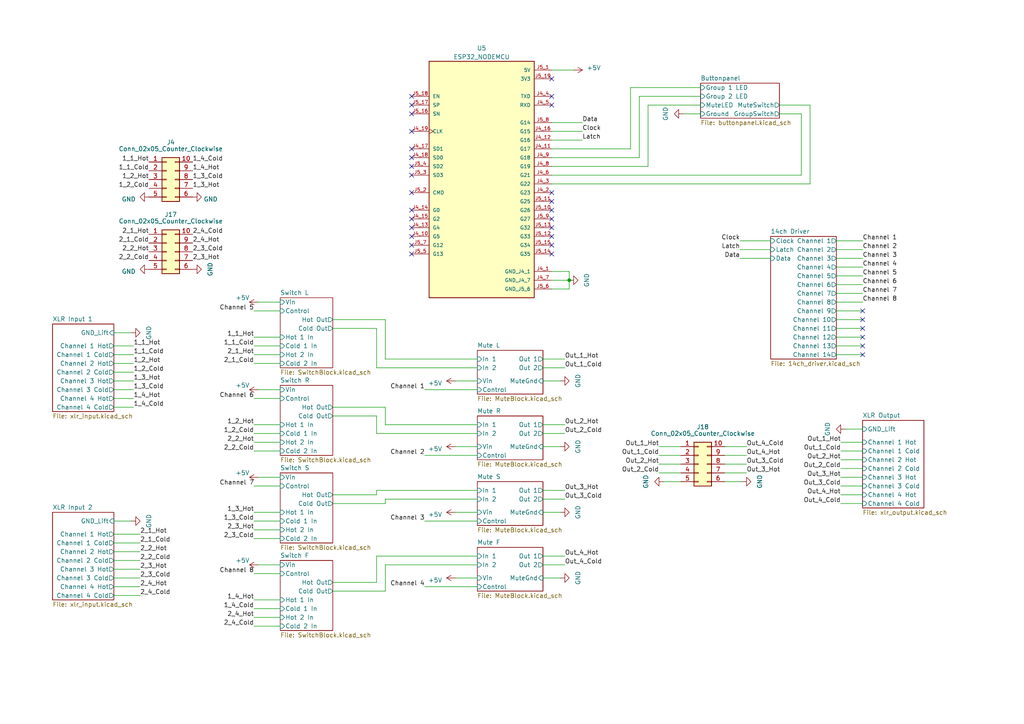
<source format=kicad_sch>
(kicad_sch (version 20230121) (generator eeschema)
  (paper "A4")
  (lib_symbols
    (symbol "Connector_Generic:Conn_02x05_Counter_Clockwise" (pin_names (offset 1.016) hide)
      (property "Reference" "J" (at 1.27 7.62 0))
      (property "Value" "Conn_02x05_Counter_Clockwise" (at 1.27 -7.62 0))
      (symbol "Conn_02x05_Counter_Clockwise_1_1"
        (rectangle (start -1.27 -4.953) (end 0 -5.207) (stroke (width 0.1524)))
        (rectangle (start -1.27 -2.413) (end 0 -2.667) (stroke (width 0.1524)))
        (rectangle (start -1.27 0.127) (end 0 -0.127) (stroke (width 0.1524)))
        (rectangle (start -1.27 2.667) (end 0 2.413) (stroke (width 0.1524)))
        (rectangle (start -1.27 5.207) (end 0 4.953) (stroke (width 0.1524)))
        (rectangle (start -1.27 6.35) (end 3.81 -6.35) (stroke (width 0.254)) (fill (type background)))
        (rectangle (start 3.81 -4.953) (end 2.54 -5.207) (stroke (width 0.1524)))
        (rectangle (start 3.81 -2.413) (end 2.54 -2.667) (stroke (width 0.1524)))
        (rectangle (start 3.81 0.127) (end 2.54 -0.127) (stroke (width 0.1524)))
        (rectangle (start 3.81 2.667) (end 2.54 2.413) (stroke (width 0.1524)))
        (rectangle (start 3.81 5.207) (end 2.54 4.953) (stroke (width 0.1524)))
        (pin passive line (at -5.08 5.08 0) (length 3.81) (name "Pin_1") (number "1"))
        (pin passive line (at 7.62 5.08 180) (length 3.81) (name "Pin_10") (number "10"))
        (pin passive line (at -5.08 2.54 0) (length 3.81) (name "Pin_2") (number "2"))
        (pin passive line (at -5.08 0 0) (length 3.81) (name "Pin_3") (number "3"))
        (pin passive line (at -5.08 -2.54 0) (length 3.81) (name "Pin_4") (number "4"))
        (pin passive line (at -5.08 -5.08 0) (length 3.81) (name "Pin_5") (number "5"))
        (pin passive line (at 7.62 -5.08 180) (length 3.81) (name "Pin_6") (number "6"))
        (pin passive line (at 7.62 -2.54 180) (length 3.81) (name "Pin_7") (number "7"))
        (pin passive line (at 7.62 0 180) (length 3.81) (name "Pin_8") (number "8"))
        (pin passive line (at 7.62 2.54 180) (length 3.81) (name "Pin_9") (number "9"))
      )
    )
    (symbol "ESP32_NODEMCU:ESP32_NODEMCU" (pin_names (offset 1.016))
      (property "Reference" "U" (at -15.24 36.322 0))
      (property "Value" "ESP32_NODEMCU" (at -15.24 -35.56 0))
      (symbol "ESP32_NODEMCU_0_0"
        (rectangle (start -15.24 -33.02) (end 15.24 35.56) (stroke (width 0.254)) (fill (type background)))
        (pin power_in line (at 20.32 -25.4 180) (length 5.08) (name "GND_J4_1") (number "J4_1"))
        (pin bidirectional line (at -20.32 -15.24 0) (length 5.08) (name "G5") (number "J4_10"))
        (pin bidirectional line (at 20.32 10.16 180) (length 5.08) (name "G17") (number "J4_11"))
        (pin bidirectional line (at 20.32 12.7 180) (length 5.08) (name "G16") (number "J4_12"))
        (pin bidirectional line (at -20.32 -12.7 0) (length 5.08) (name "G4") (number "J4_13"))
        (pin bidirectional line (at -20.32 -7.62 0) (length 5.08) (name "G0") (number "J4_14"))
        (pin bidirectional line (at -20.32 -10.16 0) (length 5.08) (name "G2") (number "J4_15"))
        (pin bidirectional line (at 20.32 15.24 180) (length 5.08) (name "G15") (number "J4_16"))
        (pin bidirectional line (at -20.32 10.16 0) (length 5.08) (name "SD1") (number "J4_17"))
        (pin bidirectional line (at -20.32 7.62 0) (length 5.08) (name "SD0") (number "J4_18"))
        (pin input clock (at -20.32 15.24 0) (length 5.08) (name "CLK") (number "J4_19"))
        (pin bidirectional line (at 20.32 -2.54 180) (length 5.08) (name "G23") (number "J4_2"))
        (pin bidirectional line (at 20.32 0 180) (length 5.08) (name "G22") (number "J4_3"))
        (pin output line (at 20.32 25.4 180) (length 5.08) (name "TXD") (number "J4_4"))
        (pin input line (at 20.32 22.86 180) (length 5.08) (name "RXD") (number "J4_5"))
        (pin bidirectional line (at 20.32 2.54 180) (length 5.08) (name "G21") (number "J4_6"))
        (pin power_in line (at 20.32 -27.94 180) (length 5.08) (name "GND_J4_7") (number "J4_7"))
        (pin bidirectional line (at 20.32 5.08 180) (length 5.08) (name "G19") (number "J4_8"))
        (pin bidirectional line (at 20.32 7.62 180) (length 5.08) (name "G18") (number "J4_9"))
        (pin power_in line (at 20.32 33.02 180) (length 5.08) (name "5V") (number "J5_1"))
        (pin bidirectional line (at 20.32 -7.62 180) (length 5.08) (name "G26") (number "J5_10"))
        (pin bidirectional line (at 20.32 -5.08 180) (length 5.08) (name "G25") (number "J5_11"))
        (pin bidirectional line (at 20.32 -15.24 180) (length 5.08) (name "G33") (number "J5_12"))
        (pin bidirectional line (at 20.32 -12.7 180) (length 5.08) (name "G32") (number "J5_13"))
        (pin bidirectional line (at 20.32 -20.32 180) (length 5.08) (name "G35") (number "J5_14"))
        (pin bidirectional line (at 20.32 -17.78 180) (length 5.08) (name "G34") (number "J5_15"))
        (pin input line (at -20.32 20.32 0) (length 5.08) (name "SN") (number "J5_16"))
        (pin input line (at -20.32 22.86 0) (length 5.08) (name "SP") (number "J5_17"))
        (pin input line (at -20.32 25.4 0) (length 5.08) (name "EN") (number "J5_18"))
        (pin power_in line (at 20.32 30.48 180) (length 5.08) (name "3V3") (number "J5_19"))
        (pin bidirectional line (at -20.32 -2.54 0) (length 5.08) (name "CMD") (number "J5_2"))
        (pin bidirectional line (at -20.32 2.54 0) (length 5.08) (name "SD3") (number "J5_3"))
        (pin bidirectional line (at -20.32 5.08 0) (length 5.08) (name "SD2") (number "J5_4"))
        (pin bidirectional line (at -20.32 -20.32 0) (length 5.08) (name "G13") (number "J5_5"))
        (pin power_in line (at 20.32 -30.48 180) (length 5.08) (name "GND_J5_6") (number "J5_6"))
        (pin bidirectional line (at -20.32 -17.78 0) (length 5.08) (name "G12") (number "J5_7"))
        (pin bidirectional line (at 20.32 17.78 180) (length 5.08) (name "G14") (number "J5_8"))
        (pin bidirectional line (at 20.32 -10.16 180) (length 5.08) (name "G27") (number "J5_9"))
      )
    )
    (symbol "power:+5V" (power) (pin_names (offset 0))
      (property "Value" "+5V" (at 0 3.556 0))
      (symbol "+5V_0_1"
        (polyline (pts (xy -0.762 1.27) (xy 0 2.54)))
        (polyline (pts (xy 0 0) (xy 0 2.54)))
        (polyline (pts (xy 0 2.54) (xy 0.762 1.27)))
      )
      (symbol "+5V_1_1"
        (pin power_in line (at 0 0 90) (length 0) hide (name "+5V") (number "1"))
      )
    )
    (symbol "power:GND" (power) (pin_names (offset 0))
      (property "Value" "GND" (at 0 -3.81 0))
      (symbol "GND_0_1"
        (polyline (pts (xy 0 0) (xy 0 -1.27) (xy 1.27 -1.27) (xy 0 -2.54) (xy -1.27 -1.27) (xy 0 -1.27)))
      )
      (symbol "GND_1_1"
        (pin power_in line (at 0 0 270) (length 0) hide (name "GND") (number "1"))
      )
    )
  )
  (junction (at 165.1 81.28))
  (no_connect (at 119.38 60.96))
  (no_connect (at 119.38 38.1))
  (no_connect (at 119.38 45.72))
  (no_connect (at 250.19 102.87))
  (no_connect (at 119.38 73.66))
  (no_connect (at 160.02 71.12))
  (no_connect (at 160.02 30.48))
  (no_connect (at 119.38 55.88))
  (no_connect (at 250.19 90.17))
  (no_connect (at 119.38 71.12))
  (no_connect (at 160.02 68.58))
  (no_connect (at 119.38 66.04))
  (no_connect (at 160.02 58.42))
  (no_connect (at 250.19 100.33))
  (no_connect (at 119.38 33.02))
  (no_connect (at 160.02 63.5))
  (no_connect (at 250.19 95.25))
  (no_connect (at 160.02 27.94))
  (no_connect (at 119.38 68.58))
  (no_connect (at 119.38 50.8))
  (no_connect (at 119.38 63.5))
  (no_connect (at 119.38 27.94))
  (no_connect (at 250.19 92.71))
  (no_connect (at 160.02 66.04))
  (no_connect (at 250.19 97.79))
  (no_connect (at 160.02 60.96))
  (no_connect (at 119.38 48.26))
  (no_connect (at 119.38 30.48))
  (no_connect (at 160.02 22.86))
  (no_connect (at 160.02 55.88))
  (no_connect (at 160.02 73.66))
  (no_connect (at 119.38 43.18))
  (wire (pts (xy 250.19 124.46) (xy 245.11 124.46)))
  (wire (pts (xy 210.185 129.54) (xy 216.535 129.54)))
  (wire (pts (xy 250.19 146.05) (xy 243.84 146.05)))
  (wire (pts (xy 210.185 139.7) (xy 215.265 139.7)))
  (wire (pts (xy 197.485 129.54) (xy 191.135 129.54)))
  (wire (pts (xy 157.48 129.54) (xy 162.56 129.54)))
  (wire (pts (xy 74.93 113.03) (xy 81.28 113.03)))
  (wire (pts (xy 210.185 132.08) (xy 216.535 132.08)))
  (wire (pts (xy 33.02 105.41) (xy 38.735 105.41)))
  (wire (pts (xy 81.28 140.97) (xy 73.66 140.97)))
  (wire (pts (xy 81.28 151.13) (xy 73.66 151.13)))
  (wire (pts (xy 81.28 179.07) (xy 73.66 179.07)))
  (wire (pts (xy 33.02 165.1) (xy 40.64 165.1)))
  (wire (pts (xy 96.52 171.45) (xy 111.76 171.45)))
  (wire (pts (xy 242.57 77.47) (xy 250.19 77.47)))
  (wire (pts (xy 160.02 45.72) (xy 185.42 45.72)))
  (wire (pts (xy 33.02 118.11) (xy 38.735 118.11)))
  (wire (pts (xy 242.57 92.71) (xy 250.19 92.71)))
  (wire (pts (xy 33.02 172.72) (xy 40.64 172.72)))
  (wire (pts (xy 109.22 161.29) (xy 138.43 161.29)))
  (wire (pts (xy 160.02 40.64) (xy 168.91 40.64)))
  (wire (pts (xy 109.22 106.68) (xy 138.43 106.68)))
  (wire (pts (xy 138.43 170.18) (xy 123.19 170.18)))
  (wire (pts (xy 33.02 167.64) (xy 40.64 167.64)))
  (wire (pts (xy 242.57 74.93) (xy 250.19 74.93)))
  (wire (pts (xy 33.02 162.56) (xy 40.64 162.56)))
  (wire (pts (xy 160.02 38.1) (xy 168.91 38.1)))
  (wire (pts (xy 242.57 82.55) (xy 250.19 82.55)))
  (wire (pts (xy 33.02 102.87) (xy 38.735 102.87)))
  (wire (pts (xy 250.19 130.81) (xy 243.8848 130.81)))
  (wire (pts (xy 157.48 125.73) (xy 163.83 125.73)))
  (wire (pts (xy 81.28 181.61) (xy 73.66 181.61)))
  (wire (pts (xy 81.28 100.33) (xy 73.66 100.33)))
  (wire (pts (xy 132.08 110.49) (xy 138.43 110.49)))
  (wire (pts (xy 242.57 80.01) (xy 250.19 80.01)))
  (wire (pts (xy 187.96 48.26) (xy 187.96 30.48)))
  (wire (pts (xy 81.28 128.27) (xy 73.66 128.27)))
  (wire (pts (xy 157.48 163.83) (xy 163.83 163.83)))
  (wire (pts (xy 234.95 53.34) (xy 234.95 30.48)))
  (wire (pts (xy 109.22 120.65) (xy 109.22 125.73)))
  (wire (pts (xy 242.57 87.63) (xy 250.19 87.63)))
  (wire (pts (xy 33.02 170.18) (xy 40.64 170.18)))
  (wire (pts (xy 157.48 161.29) (xy 163.83 161.29)))
  (wire (pts (xy 81.28 102.87) (xy 73.66 102.87)))
  (wire (pts (xy 33.02 157.48) (xy 40.64 157.48)))
  (wire (pts (xy 223.52 69.85) (xy 214.63 69.85)))
  (wire (pts (xy 160.02 78.74) (xy 165.1 78.74)))
  (wire (pts (xy 33.02 113.03) (xy 38.735 113.03)))
  (wire (pts (xy 250.19 138.43) (xy 243.84 138.43)))
  (wire (pts (xy 197.485 134.62) (xy 191.135 134.62)))
  (wire (pts (xy 111.76 163.83) (xy 138.43 163.83)))
  (wire (pts (xy 250.19 135.89) (xy 243.84 135.89)))
  (wire (pts (xy 197.485 132.08) (xy 191.135 132.08)))
  (wire (pts (xy 160.02 53.34) (xy 234.95 53.34)))
  (wire (pts (xy 111.76 118.11) (xy 111.76 123.19)))
  (wire (pts (xy 81.28 105.41) (xy 73.66 105.41)))
  (wire (pts (xy 182.88 43.18) (xy 182.88 25.4)))
  (wire (pts (xy 165.1 81.28) (xy 165.1 83.82)))
  (wire (pts (xy 223.52 72.39) (xy 214.63 72.39)))
  (wire (pts (xy 197.485 137.16) (xy 191.135 137.16)))
  (wire (pts (xy 96.52 95.25) (xy 109.22 95.25)))
  (wire (pts (xy 160.02 83.82) (xy 165.1 83.82)))
  (wire (pts (xy 81.28 97.79) (xy 73.66 97.79)))
  (wire (pts (xy 242.57 85.09) (xy 250.19 85.09)))
  (wire (pts (xy 165.1 78.74) (xy 165.1 81.28)))
  (wire (pts (xy 223.52 74.93) (xy 214.63 74.93)))
  (wire (pts (xy 81.28 173.99) (xy 73.66 173.99)))
  (wire (pts (xy 250.19 133.35) (xy 243.84 133.35)))
  (wire (pts (xy 250.19 128.27) (xy 243.8848 128.27)))
  (wire (pts (xy 81.28 166.37) (xy 73.66 166.37)))
  (wire (pts (xy 242.57 100.33) (xy 250.19 100.33)))
  (wire (pts (xy 96.52 143.51) (xy 109.22 143.51)))
  (wire (pts (xy 109.22 125.73) (xy 138.43 125.73)))
  (wire (pts (xy 232.41 33.02) (xy 226.06 33.02)))
  (wire (pts (xy 242.57 97.79) (xy 250.19 97.79)))
  (wire (pts (xy 157.48 144.78) (xy 163.83 144.78)))
  (wire (pts (xy 96.52 146.05) (xy 111.76 146.05)))
  (wire (pts (xy 96.52 168.91) (xy 109.22 168.91)))
  (wire (pts (xy 109.22 142.24) (xy 138.43 142.24)))
  (wire (pts (xy 166.37 20.32) (xy 160.02 20.32)))
  (wire (pts (xy 157.48 104.14) (xy 163.83 104.14)))
  (wire (pts (xy 132.08 167.64) (xy 138.43 167.64)))
  (wire (pts (xy 250.19 140.97) (xy 243.84 140.97)))
  (wire (pts (xy 33.02 107.95) (xy 38.735 107.95)))
  (wire (pts (xy 81.28 90.17) (xy 73.66 90.17)))
  (wire (pts (xy 33.02 151.13) (xy 38.1 151.13)))
  (wire (pts (xy 81.28 148.59) (xy 73.66 148.59)))
  (wire (pts (xy 232.41 50.8) (xy 232.41 33.02)))
  (wire (pts (xy 33.02 110.49) (xy 38.735 110.49)))
  (wire (pts (xy 242.57 90.17) (xy 250.19 90.17)))
  (wire (pts (xy 33.02 100.33) (xy 38.735 100.33)))
  (wire (pts (xy 33.02 154.94) (xy 40.64 154.94)))
  (wire (pts (xy 111.76 104.14) (xy 138.43 104.14)))
  (wire (pts (xy 250.19 143.51) (xy 243.84 143.51)))
  (wire (pts (xy 197.485 139.7) (xy 192.405 139.7)))
  (wire (pts (xy 182.88 25.4) (xy 203.2 25.4)))
  (wire (pts (xy 111.76 146.05) (xy 111.76 144.78)))
  (wire (pts (xy 81.28 156.21) (xy 73.66 156.21)))
  (wire (pts (xy 109.22 168.91) (xy 109.22 161.29)))
  (wire (pts (xy 96.52 120.65) (xy 109.22 120.65)))
  (wire (pts (xy 157.48 167.64) (xy 162.56 167.64)))
  (wire (pts (xy 242.57 72.39) (xy 250.19 72.39)))
  (wire (pts (xy 81.28 176.53) (xy 73.66 176.53)))
  (wire (pts (xy 81.28 123.19) (xy 73.66 123.19)))
  (wire (pts (xy 81.28 125.73) (xy 73.66 125.73)))
  (wire (pts (xy 234.95 30.48) (xy 226.06 30.48)))
  (wire (pts (xy 138.43 151.13) (xy 123.19 151.13)))
  (wire (pts (xy 210.185 137.16) (xy 216.535 137.16)))
  (wire (pts (xy 160.02 43.18) (xy 182.88 43.18)))
  (wire (pts (xy 81.28 130.81) (xy 73.66 130.81)))
  (wire (pts (xy 33.02 115.57) (xy 38.735 115.57)))
  (wire (pts (xy 109.22 95.25) (xy 109.22 106.68)))
  (wire (pts (xy 160.02 48.26) (xy 187.96 48.26)))
  (wire (pts (xy 160.02 50.8) (xy 232.41 50.8)))
  (wire (pts (xy 185.42 27.94) (xy 203.2 27.94)))
  (wire (pts (xy 157.48 110.49) (xy 162.56 110.49)))
  (wire (pts (xy 111.76 144.78) (xy 138.43 144.78)))
  (wire (pts (xy 74.93 87.63) (xy 81.28 87.63)))
  (wire (pts (xy 81.28 153.67) (xy 73.66 153.67)))
  (wire (pts (xy 185.42 45.72) (xy 185.42 27.94)))
  (wire (pts (xy 96.52 118.11) (xy 111.76 118.11)))
  (wire (pts (xy 157.48 106.68) (xy 163.83 106.68)))
  (wire (pts (xy 74.93 138.43) (xy 81.28 138.43)))
  (wire (pts (xy 109.22 143.51) (xy 109.22 142.24)))
  (wire (pts (xy 160.02 35.56) (xy 168.91 35.56)))
  (wire (pts (xy 157.48 123.19) (xy 163.83 123.19)))
  (wire (pts (xy 138.43 113.03) (xy 123.19 113.03)))
  (wire (pts (xy 111.76 92.71) (xy 111.76 104.14)))
  (wire (pts (xy 210.185 134.62) (xy 216.535 134.62)))
  (wire (pts (xy 157.48 142.24) (xy 163.83 142.24)))
  (wire (pts (xy 111.76 171.45) (xy 111.76 163.83)))
  (wire (pts (xy 160.02 81.28) (xy 165.1 81.28)))
  (wire (pts (xy 74.93 163.83) (xy 81.28 163.83)))
  (wire (pts (xy 33.02 96.52) (xy 38.1 96.52)))
  (wire (pts (xy 157.48 148.59) (xy 162.56 148.59)))
  (wire (pts (xy 242.57 95.25) (xy 250.19 95.25)))
  (wire (pts (xy 203.2 33.02) (xy 198.12 33.02)))
  (wire (pts (xy 132.08 148.59) (xy 138.43 148.59)))
  (wire (pts (xy 132.08 129.54) (xy 138.43 129.54)))
  (wire (pts (xy 33.02 160.02) (xy 40.64 160.02)))
  (wire (pts (xy 138.43 132.08) (xy 123.19 132.08)))
  (wire (pts (xy 242.57 102.87) (xy 250.19 102.87)))
  (wire (pts (xy 81.28 115.57) (xy 73.66 115.57)))
  (wire (pts (xy 187.96 30.48) (xy 203.2 30.48)))
  (wire (pts (xy 242.57 69.85) (xy 250.19 69.85)))
  (wire (pts (xy 111.76 123.19) (xy 138.43 123.19)))
  (wire (pts (xy 96.52 92.71) (xy 111.76 92.71)))
  (label "Out_2_Hot" (at 191.135 134.62 180))
  (label "Out_1_Cold" (at 191.135 132.08 180))
  (label "1_1_Cold" (at 73.66 100.33 180))
  (label "1_1_Hot" (at 38.735 100.33 0))
  (label "1_2_Hot" (at 73.66 123.19 180))
  (label "2_3_Cold" (at 40.64 167.64 0))
  (label "Clock" (at 214.63 69.85 180))
  (label "1_1_Cold" (at 43.18 49.53 180))
  (label "1_4_Hot" (at 73.66 173.99 180))
  (label "1_1_Hot" (at 43.18 46.99 180))
  (label "Channel 7" (at 250.19 85.09 0))
  (label "1_3_Hot" (at 55.88 54.61 0))
  (label "1_2_Hot" (at 43.18 52.07 180))
  (label "1_3_Cold" (at 38.735 113.03 0))
  (label "Channel 3" (at 123.19 151.13 180))
  (label "Out_4_Cold" (at 216.535 129.54 0))
  (label "Channel 2" (at 123.19 132.08 180))
  (label "Out_4_Cold" (at 163.83 163.83 0))
  (label "Out_4_Hot" (at 216.535 132.08 0))
  (label "1_4_Cold" (at 73.66 176.53 180))
  (label "Out_2_Cold" (at 163.83 125.73 0))
  (label "Clock" (at 168.91 38.1 0))
  (label "2_4_Hot" (at 55.88 70.485 0))
  (label "Channel 8" (at 73.66 166.37 180))
  (label "2_1_Cold" (at 40.64 157.48 0))
  (label "1_3_Hot" (at 38.735 110.49 0))
  (label "2_1_Hot" (at 43.18 67.945 180))
  (label "2_4_Cold" (at 73.66 181.61 180))
  (label "1_1_Cold" (at 38.735 102.87 0))
  (label "Out_3_Cold" (at 163.83 144.78 0))
  (label "Out_3_Cold" (at 216.535 134.62 0))
  (label "Out_1_Cold" (at 163.83 106.68 0))
  (label "2_2_Cold" (at 40.64 162.56 0))
  (label "1_2_Cold" (at 38.735 107.95 0))
  (label "Latch" (at 168.91 40.64 0))
  (label "Out_2_Hot" (at 163.83 123.19 0))
  (label "Data" (at 168.91 35.56 0))
  (label "Channel 5" (at 73.66 90.17 180))
  (label "1_1_Hot" (at 73.66 97.79 180))
  (label "Channel 3" (at 250.19 74.93 0))
  (label "Channel 2" (at 250.19 72.39 0))
  (label "Channel 1" (at 250.19 69.85 0))
  (label "Channel 1" (at 123.19 113.03 180))
  (label "Channel 4" (at 123.19 170.18 180))
  (label "Channel 7" (at 73.66 140.97 180))
  (label "2_4_Cold" (at 55.88 67.945 0))
  (label "2_1_Cold" (at 43.18 70.485 180))
  (label "Out_2_Cold" (at 243.84 135.89 180))
  (label "Channel 6" (at 73.66 115.57 180))
  (label "1_3_Cold" (at 55.88 52.07 0))
  (label "1_4_Cold" (at 38.735 118.11 0))
  (label "2_3_Hot" (at 73.66 153.67 180))
  (label "Out_1_Hot" (at 243.8848 128.27 180))
  (label "Out_4_Hot" (at 163.83 161.29 0))
  (label "1_4_Hot" (at 55.88 49.53 0))
  (label "2_4_Hot" (at 73.66 179.07 180))
  (label "Latch" (at 214.63 72.39 180))
  (label "Out_3_Hot" (at 216.535 137.16 0))
  (label "2_1_Hot" (at 73.66 102.87 180))
  (label "Channel 6" (at 250.19 82.55 0))
  (label "2_2_Cold" (at 43.18 75.565 180))
  (label "Data" (at 214.63 74.93 180))
  (label "Out_3_Cold" (at 243.84 140.97 180))
  (label "2_3_Hot" (at 40.64 165.1 0))
  (label "Out_4_Hot" (at 243.84 143.51 180))
  (label "Out_2_Cold" (at 191.135 137.16 180))
  (label "1_4_Cold" (at 55.88 46.99 0))
  (label "Out_1_Cold" (at 243.8848 130.81 180))
  (label "2_1_Hot" (at 40.64 154.94 0))
  (label "2_2_Hot" (at 73.66 128.27 180))
  (label "Out_1_Hot" (at 191.135 129.54 180))
  (label "Channel 4" (at 250.19 77.47 0))
  (label "2_2_Hot" (at 40.64 160.02 0))
  (label "2_4_Cold" (at 40.64 172.72 0))
  (label "2_4_Hot" (at 40.64 170.18 0))
  (label "2_2_Hot" (at 43.18 73.025 180))
  (label "2_3_Cold" (at 73.66 156.21 180))
  (label "Out_1_Hot" (at 163.83 104.14 0))
  (label "1_2_Cold" (at 73.66 125.73 180))
  (label "1_2_Hot" (at 38.735 105.41 0))
  (label "2_1_Cold" (at 73.66 105.41 180))
  (label "1_3_Hot" (at 73.66 148.59 180))
  (label "Out_2_Hot" (at 243.84 133.35 180))
  (label "Out_3_Hot" (at 243.84 138.43 180))
  (label "Channel 5" (at 250.19 80.01 0))
  (label "Channel 8" (at 250.19 87.63 0))
  (label "Out_3_Hot" (at 163.83 142.24 0))
  (label "1_3_Cold" (at 73.66 151.13 180))
  (label "Out_4_Cold" (at 243.84 146.05 180))
  (label "1_4_Hot" (at 38.735 115.57 0))
  (label "2_3_Cold" (at 55.88 73.025 0))
  (label "2_3_Hot" (at 55.88 75.565 0))
  (label "2_2_Cold" (at 73.66 130.81 180))
  (label "1_2_Cold" (at 43.18 54.61 180))
  (symbol (lib_id "power:GND") (at 162.56 110.49 90) (unit 1)
    (property "Reference" "#PWR012" (effects hide))
    (property "Value" "GND" (at 167.64 110.49 0))
  )
  (symbol (lib_id "Connector_Generic:Conn_02x05_Counter_Clockwise") (at 48.26 73.025 0) (unit 1)
    (property "Reference" "J17" (at 49.53 62.23 0))
    (property "Value" "Conn_02x05_Counter_Clockwise" (at 49.53 64.135 0))
  )
  (symbol (lib_id "power:+5V") (at 74.93 87.63 90) (unit 1)
    (property "Reference" "#PWR07" (effects hide))
    (property "Value" "+5V" (at 72.39 86.36 90) (effects (justify left)))
  )
  (symbol (lib_id "power:GND") (at 55.88 78.105 90) (unit 1)
    (property "Reference" "#PWR033" (effects hide))
    (property "Value" "GND" (at 60.96 78.105 0))
  )
  (symbol (lib_id "power:+5V") (at 132.08 110.49 90) (unit 1)
    (property "Reference" "#PWR08" (effects hide))
    (property "Value" "+5V" (at 128.27 111.125 90) (effects (justify left)))
  )
  (symbol (lib_id "power:+5V") (at 132.08 129.54 90) (unit 1)
    (property "Reference" "#PWR09" (effects hide))
    (property "Value" "+5V" (at 128.27 130.175 90) (effects (justify left)))
  )
  (symbol (lib_id "power:+5V") (at 74.93 163.83 90) (unit 1)
    (property "Reference" "#PWR024" (effects hide))
    (property "Value" "+5V" (at 72.39 162.56 90) (effects (justify left)))
  )
  (symbol (lib_id "power:GND") (at 198.12 33.02 270) (unit 1)
    (property "Reference" "#PWR028" (effects hide))
    (property "Value" "GND" (at 193.04 33.02 0))
  )
  (symbol (lib_id "power:GND") (at 192.405 139.7 270) (mirror x) (unit 1)
    (property "Reference" "#PWR035" (effects hide))
    (property "Value" "GND" (at 187.325 139.7 0))
  )
  (symbol (lib_id "power:+5V") (at 132.08 148.59 90) (unit 1)
    (property "Reference" "#PWR010" (effects hide))
    (property "Value" "+5V" (at 128.27 149.225 90) (effects (justify left)))
  )
  (symbol (lib_id "power:+5V") (at 74.93 113.03 90) (unit 1)
    (property "Reference" "#PWR022" (effects hide))
    (property "Value" "+5V" (at 72.39 111.76 90) (effects (justify left)))
  )
  (symbol (lib_id "power:GND") (at 165.1 81.28 90) (unit 1)
    (property "Reference" "#PWR029" (effects hide))
    (property "Value" "GND" (at 170.18 81.28 0))
  )
  (symbol (lib_id "power:GND") (at 162.56 129.54 90) (unit 1)
    (property "Reference" "#PWR013" (effects hide))
    (property "Value" "GND" (at 167.64 129.54 0))
  )
  (symbol (lib_id "power:+5V") (at 74.93 138.43 90) (unit 1)
    (property "Reference" "#PWR023" (effects hide))
    (property "Value" "+5V" (at 72.39 137.16 90) (effects (justify left)))
  )
  (symbol (lib_id "power:GND") (at 162.56 167.64 90) (unit 1)
    (property "Reference" "#PWR015" (effects hide))
    (property "Value" "GND" (at 167.64 167.64 0))
  )
  (symbol (lib_id "power:GND") (at 43.18 57.15 270) (unit 1)
    (property "Reference" "#PWR031" (effects hide))
    (property "Value" "GND" (at 39.37 57.785 90) (effects (justify right)))
  )
  (symbol (lib_id "power:GND") (at 162.56 148.59 90) (unit 1)
    (property "Reference" "#PWR014" (effects hide))
    (property "Value" "GND" (at 167.64 148.59 0))
  )
  (symbol (lib_id "ESP32_NODEMCU:ESP32_NODEMCU") (at 139.7 53.34 0) (unit 1)
    (property "Reference" "U5" (at 139.7 13.97 0))
    (property "Value" "ESP32_NODEMCU" (at 139.7 16.51 0))
    (property "Footprint" "ESP32_NODEMCU:MODULE_ESP32_NODEMCU" (effects hide))
    (property "MF" "Espressif Systems" (effects hide))
    (property "MAXIMUM_PACKAGE_HEIGHT" "6.6 mm" (effects hide))
    (property "Package" "Package" (effects hide))
    (property "Price" "None" (effects hide))
    (property "Check_prices" "https://www.snapeda.com/parts/ESP32%20NodeMCU/Espressif+Systems/view-part/?ref=eda" (effects hide))
    (property "STANDARD" "Manufacturer Recommendations" (effects hide))
    (property "SnapEDA_Link" "https://www.snapeda.com/parts/ESP32%20NodeMCU/Espressif+Systems/view-part/?ref=snap" (effects hide))
    (property "MP" "ESP32 NodeMCU" (effects hide))
    (property "Description" "\nNodeMCU is an open source loT platform. ESP32 is a series of low cost, low power\nsystem-on-chip (SoC) microcontrollers with integrated Wi-Fi & dual-mode Bluetooth.\n" (effects hide))
    (property "Availability" "Not in stock" (effects hide))
    (property "MANUFACTURER" "Espressif" (effects hide))
  )
  (symbol (lib_id "Connector_Generic:Conn_02x05_Counter_Clockwise") (at 48.26 52.07 0) (unit 1)
    (property "Reference" "J4" (at 49.53 41.275 0))
    (property "Value" "Conn_02x05_Counter_Clockwise" (at 49.53 43.18 0))
  )
  (symbol (lib_id "power:GND") (at 215.265 139.7 90) (unit 1)
    (property "Reference" "#PWR036" (effects hide))
    (property "Value" "GND" (at 220.345 139.7 0))
  )
  (symbol (lib_id "power:+5V") (at 132.08 167.64 90) (unit 1)
    (property "Reference" "#PWR011" (effects hide))
    (property "Value" "+5V" (at 128.27 168.275 90) (effects (justify left)))
  )
  (symbol (lib_id "power:GND") (at 55.88 57.15 90) (unit 1)
    (property "Reference" "#PWR032" (effects hide))
    (property "Value" "GND" (at 59.055 57.785 90) (effects (justify right)))
  )
  (symbol (lib_id "power:GND") (at 38.1 96.52 90) (unit 1)
    (property "Reference" "#PWR025" (effects hide))
    (property "Value" "GND" (at 43.18 96.52 0))
  )
  (symbol (lib_id "power:GND") (at 43.18 78.105 270) (unit 1)
    (property "Reference" "#PWR034" (effects hide))
    (property "Value" "GND" (at 39.37 78.74 90) (effects (justify right)))
  )
  (symbol (lib_id "power:+5V") (at 166.37 20.32 270) (unit 1)
    (property "Reference" "#PWR030" (effects hide))
    (property "Value" "+5V" (at 170.18 19.685 90) (effects (justify left)))
  )
  (symbol (lib_id "power:GND") (at 38.1 151.13 90) (unit 1)
    (property "Reference" "#PWR026" (effects hide))
    (property "Value" "GND" (at 43.18 151.13 0))
  )
  (symbol (lib_id "power:GND") (at 245.11 124.46 270) (unit 1)
    (property "Reference" "#PWR027" (effects hide))
    (property "Value" "GND" (at 240.03 124.46 0))
  )
  (symbol (lib_id "Connector_Generic:Conn_02x05_Counter_Clockwise") (at 202.565 134.62 0) (unit 1)
    (property "Reference" "J18" (at 203.835 123.825 0))
    (property "Value" "Conn_02x05_Counter_Clockwise" (at 203.835 125.73 0))
  )
  (sheet (at 81.28 86.36) (size 15.24 20.32) (stroke (width 0.1524))
    (property "Sheetname" "Switch L" (at 81.28 85.6484 0) (effects (justify left bottom)))
    (property "Sheetfile" "SwitchBlock.kicad_sch" (at 81.28 107.2646 0) (effects (justify left top)))
    (pin "Hot 1 In" input (at 81.28 97.79 180))
    (pin "Cold 2 In" input (at 81.28 105.41 180))
    (pin "Hot 2 In" input (at 81.28 102.87 180))
    (pin "Cold 1 In" input (at 81.28 100.33 180))
    (pin "Vin" input (at 81.28 87.63 180))
    (pin "Cold Out" output (at 96.52 95.25 0))
    (pin "Hot Out" output (at 96.52 92.71 0))
    (pin "Control" input (at 81.28 90.17 180))
  )
  (sheet (at 138.43 120.65) (size 19.05 12.7) (stroke (width 0.1524))
    (property "Sheetname" "Mute R" (at 138.43 119.9384 0) (effects (justify left bottom)))
    (property "Sheetfile" "MuteBlock.kicad_sch" (at 138.43 133.9346 0) (effects (justify left top)))
    (pin "Out 1" output (at 157.48 123.19 0))
    (pin "Out 2" output (at 157.48 125.73 0))
    (pin "In 1" input (at 138.43 123.19 180))
    (pin "In 2" input (at 138.43 125.73 180))
    (pin "Vin" input (at 138.43 129.54 180))
    (pin "Control" input (at 138.43 132.08 180))
    (pin "MuteGnd" input (at 157.48 129.54 0))
  )
  (sheet (at 223.52 68.58) (size 19.05 35.56) (stroke (width 0.1524))
    (property "Sheetname" "14ch Driver" (at 223.52 67.8684 0) (effects (justify left bottom)))
    (property "Sheetfile" "14ch_driver.kicad_sch" (at 223.52 104.7246 0) (effects (justify left top)))
    (pin "Channel 10" output (at 242.57 92.71 0))
    (pin "Channel 12" output (at 242.57 97.79 0))
    (pin "Channel 14" output (at 242.57 102.87 0))
    (pin "Channel 13" output (at 242.57 100.33 0))
    (pin "Channel 11" output (at 242.57 95.25 0))
    (pin "Channel 9" output (at 242.57 90.17 0))
    (pin "Channel 5" output (at 242.57 80.01 0))
    (pin "Channel 3" output (at 242.57 74.93 0))
    (pin "Channel 1" output (at 242.57 69.85 0))
    (pin "Channel 4" output (at 242.57 77.47 0))
    (pin "Channel 6" output (at 242.57 82.55 0))
    (pin "Channel 2" output (at 242.57 72.39 0))
    (pin "Channel 7" output (at 242.57 85.09 0))
    (pin "Channel 8" output (at 242.57 87.63 0))
    (pin "Clock" input (at 223.52 69.85 180))
    (pin "Latch" input (at 223.52 72.39 180))
    (pin "Data" input (at 223.52 74.93 180))
  )
  (sheet (at 15.24 148.59) (size 17.78 25.4) (stroke (width 0.1524))
    (property "Sheetname" "XLR Input 2" (at 15.24 147.8784 0) (effects (justify left bottom)))
    (property "Sheetfile" "xlr_input.kicad_sch" (at 15.24 174.5746 0) (effects (justify left top)))
    (pin "Channel 1 Cold" output (at 33.02 157.48 0))
    (pin "Channel 1 Hot" output (at 33.02 154.94 0))
    (pin "Channel 2 Hot" output (at 33.02 160.02 0))
    (pin "Channel 2 Cold" output (at 33.02 162.56 0))
    (pin "Channel 3 Cold" output (at 33.02 167.64 0))
    (pin "Channel 4 Hot" output (at 33.02 170.18 0))
    (pin "Channel 4 Cold" output (at 33.02 172.72 0))
    (pin "Channel 3 Hot" output (at 33.02 165.1 0))
    (pin "GND_Lift" input (at 33.02 151.13 0))
  )
  (sheet (at 81.28 111.76) (size 15.24 20.32) (stroke (width 0.1524))
    (property "Sheetname" "Switch R" (at 81.28 111.0484 0) (effects (justify left bottom)))
    (property "Sheetfile" "SwitchBlock.kicad_sch" (at 81.28 132.6646 0) (effects (justify left top)))
    (pin "Hot 1 In" input (at 81.28 123.19 180))
    (pin "Cold 2 In" input (at 81.28 130.81 180))
    (pin "Hot 2 In" input (at 81.28 128.27 180))
    (pin "Cold 1 In" input (at 81.28 125.73 180))
    (pin "Vin" input (at 81.28 113.03 180))
    (pin "Cold Out" output (at 96.52 120.65 0))
    (pin "Hot Out" output (at 96.52 118.11 0))
    (pin "Control" input (at 81.28 115.57 180))
  )
  (sheet (at 138.43 139.7) (size 19.05 12.7) (stroke (width 0.1524))
    (property "Sheetname" "Mute S" (at 138.43 138.9884 0) (effects (justify left bottom)))
    (property "Sheetfile" "MuteBlock.kicad_sch" (at 138.43 152.9846 0) (effects (justify left top)))
    (pin "Out 1" output (at 157.48 142.24 0))
    (pin "Out 2" output (at 157.48 144.78 0))
    (pin "In 1" input (at 138.43 142.24 180))
    (pin "In 2" input (at 138.43 144.78 180))
    (pin "Vin" input (at 138.43 148.59 180))
    (pin "Control" input (at 138.43 151.13 180))
    (pin "MuteGnd" input (at 157.48 148.59 0))
  )
  (sheet (at 138.43 101.6) (size 19.05 12.7) (stroke (width 0.1524))
    (property "Sheetname" "Mute L" (at 138.43 100.8884 0) (effects (justify left bottom)))
    (property "Sheetfile" "MuteBlock.kicad_sch" (at 138.43 114.8846 0) (effects (justify left top)))
    (pin "Out 1" output (at 157.48 104.14 0))
    (pin "Out 2" output (at 157.48 106.68 0))
    (pin "In 1" input (at 138.43 104.14 180))
    (pin "In 2" input (at 138.43 106.68 180))
    (pin "Vin" input (at 138.43 110.49 180))
    (pin "Control" input (at 138.43 113.03 180))
    (pin "MuteGnd" input (at 157.48 110.49 0))
  )
  (sheet (at 15.24 93.98) (size 17.78 25.4) (stroke (width 0.1524))
    (property "Sheetname" "XLR Input 1" (at 15.24 93.2684 0) (effects (justify left bottom)))
    (property "Sheetfile" "xlr_input.kicad_sch" (at 15.24 119.9646 0) (effects (justify left top)))
    (pin "Channel 1 Cold" output (at 33.02 102.87 0))
    (pin "Channel 1 Hot" output (at 33.02 100.33 0))
    (pin "Channel 2 Hot" output (at 33.02 105.41 0))
    (pin "Channel 2 Cold" output (at 33.02 107.95 0))
    (pin "Channel 3 Cold" output (at 33.02 113.03 0))
    (pin "Channel 4 Hot" output (at 33.02 115.57 0))
    (pin "Channel 4 Cold" output (at 33.02 118.11 0))
    (pin "Channel 3 Hot" output (at 33.02 110.49 0))
    (pin "GND_Lift" input (at 33.02 96.52 0))
  )
  (sheet (at 81.28 137.16) (size 15.24 20.32) (stroke (width 0.1524))
    (property "Sheetname" "Switch S" (at 81.28 136.4484 0) (effects (justify left bottom)))
    (property "Sheetfile" "SwitchBlock.kicad_sch" (at 81.28 158.0646 0) (effects (justify left top)))
    (pin "Hot 1 In" input (at 81.28 148.59 180))
    (pin "Cold 2 In" input (at 81.28 156.21 180))
    (pin "Hot 2 In" input (at 81.28 153.67 180))
    (pin "Cold 1 In" input (at 81.28 151.13 180))
    (pin "Vin" input (at 81.28 138.43 180))
    (pin "Cold Out" output (at 96.52 146.05 0))
    (pin "Hot Out" output (at 96.52 143.51 0))
    (pin "Control" input (at 81.28 140.97 180))
  )
  (sheet (at 81.28 162.56) (size 15.24 20.32) (stroke (width 0.1524))
    (property "Sheetname" "Switch F" (at 81.28 161.8484 0) (effects (justify left bottom)))
    (property "Sheetfile" "SwitchBlock.kicad_sch" (at 81.28 183.4646 0) (effects (justify left top)))
    (pin "Hot 1 In" input (at 81.28 173.99 180))
    (pin "Cold 2 In" input (at 81.28 181.61 180))
    (pin "Hot 2 In" input (at 81.28 179.07 180))
    (pin "Cold 1 In" input (at 81.28 176.53 180))
    (pin "Vin" input (at 81.28 163.83 180))
    (pin "Cold Out" output (at 96.52 171.45 0))
    (pin "Hot Out" output (at 96.52 168.91 0))
    (pin "Control" input (at 81.28 166.37 180))
  )
  (sheet (at 138.43 158.75) (size 19.05 12.7) (stroke (width 0.1524))
    (property "Sheetname" "Mute F" (at 138.43 158.0384 0) (effects (justify left bottom)))
    (property "Sheetfile" "MuteBlock.kicad_sch" (at 138.43 172.0346 0) (effects (justify left top)))
    (pin "Out 1" output (at 157.48 161.29 0))
    (pin "Out 2" output (at 157.48 163.83 0))
    (pin "In 1" input (at 138.43 161.29 180))
    (pin "In 2" input (at 138.43 163.83 180))
    (pin "Vin" input (at 138.43 167.64 180))
    (pin "Control" input (at 138.43 170.18 180))
    (pin "MuteGnd" input (at 157.48 167.64 0))
  )
  (sheet (at 203.2 24.13) (size 22.86 10.16) (stroke (width 0.1524))
    (property "Sheetname" "Buttonpanel" (at 203.2 23.4184 0) (effects (justify left bottom)))
    (property "Sheetfile" "buttonpanel.kicad_sch" (at 203.2 34.8746 0) (effects (justify left top)))
    (pin "MuteLED" input (at 203.2 30.48 180))
    (pin "Group 1 LED" input (at 203.2 25.4 180))
    (pin "Group 2 LED" input (at 203.2 27.94 180))
    (pin "Ground" input (at 203.2 33.02 180))
    (pin "MuteSwitch" output (at 226.06 30.48 0))
    (pin "GroupSwitch" output (at 226.06 33.02 0))
  )
  (sheet (at 250.19 121.92) (size 17.78 25.4) (stroke (width 0.1524))
    (property "Sheetname" "XLR Output" (at 250.19 121.2084 0) (effects (justify left bottom)))
    (property "Sheetfile" "xlr_output.kicad_sch" (at 250.19 147.9046 0) (effects (justify left top)))
    (pin "Channel 2 Hot" input (at 250.19 133.35 180))
    (pin "Channel 2 Cold" input (at 250.19 135.89 180))
    (pin "Channel 3 Cold" input (at 250.19 140.97 180))
    (pin "Channel 4 Hot" input (at 250.19 143.51 180))
    (pin "Channel 3 Hot" input (at 250.19 138.43 180))
    (pin "Channel 4 Cold" input (at 250.19 146.05 180))
    (pin "GND_Lift" input (at 250.19 124.46 180))
    (pin "Channel 1 Hot" input (at 250.19 128.27 180))
    (pin "Channel 1 Cold" input (at 250.19 130.81 180))
  )
)
</source>
